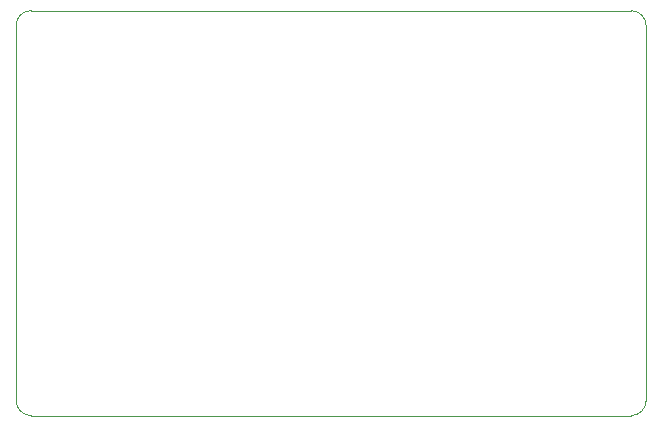
<source format=gbr>
G04 #@! TF.GenerationSoftware,KiCad,Pcbnew,(5.1.2)-2*
G04 #@! TF.CreationDate,2019-08-11T21:37:17+02:00*
G04 #@! TF.ProjectId,20190811_usbasp,32303139-3038-4313-915f-757362617370,rev?*
G04 #@! TF.SameCoordinates,Original*
G04 #@! TF.FileFunction,Profile,NP*
%FSLAX46Y46*%
G04 Gerber Fmt 4.6, Leading zero omitted, Abs format (unit mm)*
G04 Created by KiCad (PCBNEW (5.1.2)-2) date 2019-08-11 21:37:17*
%MOMM*%
%LPD*%
G04 APERTURE LIST*
%ADD10C,0.050000*%
G04 APERTURE END LIST*
D10*
X177800000Y-147320000D02*
G75*
G02X176530000Y-148590000I-1270000J0D01*
G01*
X176530000Y-114300000D02*
G75*
G02X177800000Y-115570000I0J-1270000D01*
G01*
X124460000Y-115570000D02*
G75*
G02X125730000Y-114300000I1270000J0D01*
G01*
X125730000Y-148590000D02*
G75*
G02X124460000Y-147320000I0J1270000D01*
G01*
X176530000Y-148590000D02*
X125730000Y-148590000D01*
X177800000Y-115570000D02*
X177800000Y-147320000D01*
X125730000Y-114300000D02*
X176530000Y-114300000D01*
X124460000Y-147320000D02*
X124460000Y-115570000D01*
M02*

</source>
